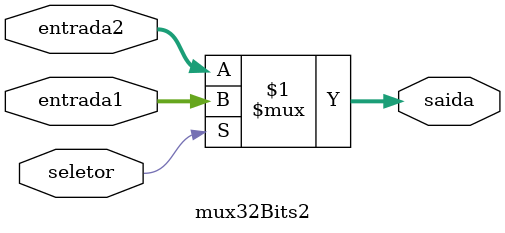
<source format=v>
module mux32Bits2 (
  input wire [31:0] entrada1,
  input wire [31:0] entrada2,
  input wire seletor,
  output wire [31:0] saida
);
  // Se seletor == 1, entao o output será a entrada1. Caso contrário, a entrada2.
  assign saida = (seletor) ? entrada1 : entrada2;
endmodule

</source>
